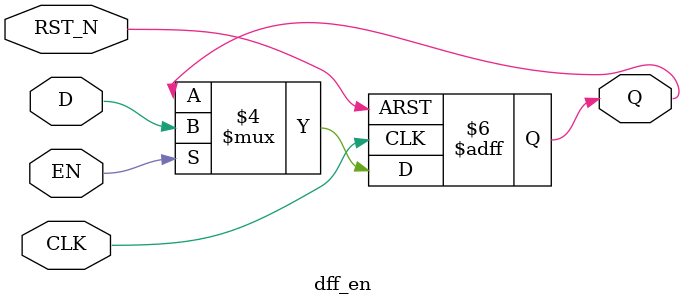
<source format=v>
module dff_en #(parameter WIDTH = 1) 
(
  input [WIDTH-1:0] D,
  input CLK, 
  input EN, 
  input RST_N,
  output reg [WIDTH-1:0] Q
);
always @(posedge CLK or negedge RST_N)
  if (!RST_N) begin   
    Q <= 0;    
  end  
  else if(EN)begin
    Q <= D;  
  end
  else begin
    Q<=Q;
  end

endmodule

</source>
